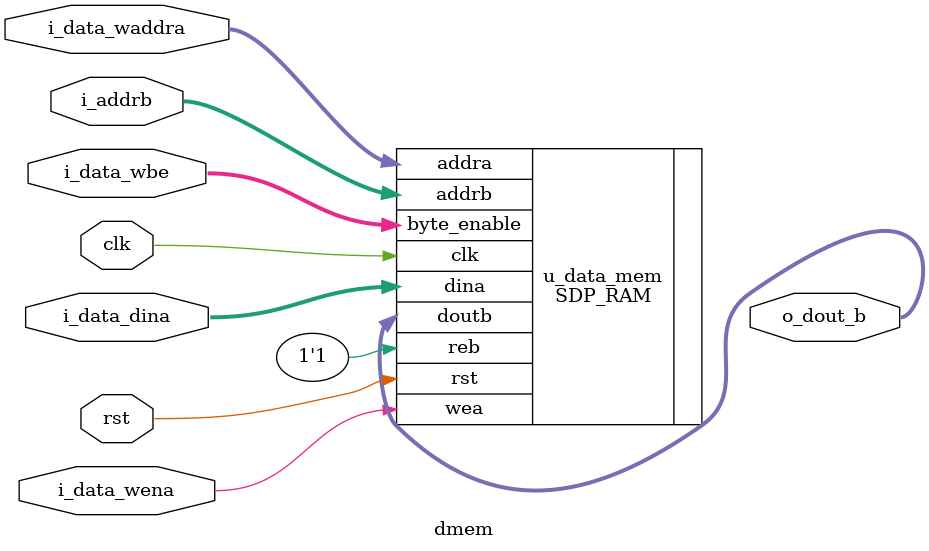
<source format=v>
module dmem #(
    parameter INSTR_WIDTH                  = 32        ,
    parameter MEM_DEPTH                    = 4096       ,
    parameter MEM_DEPTH_W                  = clogb2(MEM_DEPTH) ,
    parameter U_DLY                        = 1         
) (
    input                       clk,
    input                       rst,
    input                       i_data_wena,
    input  [3:0]                i_data_wbe,
    input  [MEM_DEPTH_W-1: 0]   i_data_waddra,
    input  [INSTR_WIDTH-1: 0]   i_data_dina,
    input  [MEM_DEPTH_W-1: 0]   i_addrb,
    output [INSTR_WIDTH-1: 0]   o_dout_b
);

    SDP_RAM #(
        .RAM_TYPE   ("BRAM"         ),//Select "BRAM" or "DRAM"
        .DATA_W     (INSTR_WIDTH    ),//Specify RAM data width
        .RAM_DEPTH  (MEM_DEPTH      ),//Specify RAM depth (number of entries)
        .LATENCY    ("LOW_LATENCY"  ),//Select "NORMAL" or "LOW_LATENCY" 
        .INIT_FILE  (""             ), // Specify name/location of RAM initialization file if using one (leave blank if not)
        .USE_BYTE_ENABLE(1          )
    ) u_data_mem (
        .addra      (i_data_waddra  ),// Write address bus, width determined from RAM_DEPTH
        .addrb      (i_addrb        ),// Read address bus, width determined from RAM_DEPTH
        .dina       (i_data_dina    ),// RAM input data, width determined from RAM_WIDTH
        .byte_enable(i_data_wbe     ),
        .clk        (clk            ),// Clock
        .wea        (i_data_wena    ),// Write enable
        .reb        (1'b1           ),// Read Enable, for additional power savings, disable when not in use
        .rst        (rst            ),// Output reset (does not affect memory contents)
        .doutb      (o_dout_b       ) // RAM output data, width determined from RAM_WIDTH
    );

    function integer clogb2;
    input integer depth;
      for (clogb2=0; depth>0; clogb2=clogb2+1)
        depth = depth >> 1;
    endfunction

endmodule

</source>
